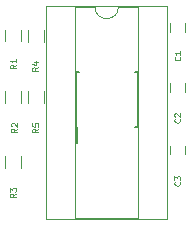
<source format=gbr>
G04 #@! TF.GenerationSoftware,KiCad,Pcbnew,(5.1.4)-1*
G04 #@! TF.CreationDate,2020-11-29T00:03:58+01:00*
G04 #@! TF.ProjectId,Delay Line,44656c61-7920-44c6-996e-652e6b696361,rev?*
G04 #@! TF.SameCoordinates,Original*
G04 #@! TF.FileFunction,Legend,Top*
G04 #@! TF.FilePolarity,Positive*
%FSLAX46Y46*%
G04 Gerber Fmt 4.6, Leading zero omitted, Abs format (unit mm)*
G04 Created by KiCad (PCBNEW (5.1.4)-1) date 2020-11-29 00:03:58*
%MOMM*%
%LPD*%
G04 APERTURE LIST*
%ADD10C,0.120000*%
%ADD11C,0.150000*%
%ADD12C,0.125000*%
G04 APERTURE END LIST*
D10*
X139303000Y-67453200D02*
G75*
G02X137303000Y-67453200I-1000000J0D01*
G01*
X137303000Y-67453200D02*
X135653000Y-67453200D01*
X135653000Y-67453200D02*
X135653000Y-85353200D01*
X135653000Y-85353200D02*
X140953000Y-85353200D01*
X140953000Y-85353200D02*
X140953000Y-67453200D01*
X140953000Y-67453200D02*
X139303000Y-67453200D01*
X133163000Y-67393200D02*
X133163000Y-85413200D01*
X133163000Y-85413200D02*
X143443000Y-85413200D01*
X143443000Y-85413200D02*
X143443000Y-67393200D01*
X143443000Y-67393200D02*
X133163000Y-67393200D01*
X144897000Y-68849800D02*
X144897000Y-69549800D01*
X143697000Y-69549800D02*
X143697000Y-68849800D01*
X143697000Y-74645000D02*
X143697000Y-73945000D01*
X144897000Y-73945000D02*
X144897000Y-74645000D01*
X144897000Y-79253600D02*
X144897000Y-79953600D01*
X143697000Y-79953600D02*
X143697000Y-79253600D01*
X129711000Y-70383200D02*
X129711000Y-69383200D01*
X131071000Y-69383200D02*
X131071000Y-70383200D01*
X129711000Y-75620500D02*
X129711000Y-74620500D01*
X131071000Y-74620500D02*
X131071000Y-75620500D01*
X131071000Y-80094200D02*
X131071000Y-81094200D01*
X129711000Y-81094200D02*
X129711000Y-80094200D01*
X132963000Y-69408600D02*
X132963000Y-70408600D01*
X131603000Y-70408600D02*
X131603000Y-69408600D01*
X131603000Y-75615600D02*
X131603000Y-74615600D01*
X132963000Y-74615600D02*
X132963000Y-75615600D01*
D11*
X135828000Y-77636000D02*
X135828000Y-78986000D01*
X140953000Y-77636000D02*
X140953000Y-72986000D01*
X135703000Y-77636000D02*
X135703000Y-72986000D01*
X140953000Y-77636000D02*
X140728000Y-77636000D01*
X140953000Y-72986000D02*
X140728000Y-72986000D01*
X135703000Y-72986000D02*
X135928000Y-72986000D01*
X135703000Y-77636000D02*
X135828000Y-77636000D01*
D12*
X144500971Y-71685933D02*
X144524780Y-71709742D01*
X144548590Y-71781171D01*
X144548590Y-71828790D01*
X144524780Y-71900219D01*
X144477161Y-71947838D01*
X144429542Y-71971647D01*
X144334304Y-71995457D01*
X144262876Y-71995457D01*
X144167638Y-71971647D01*
X144120019Y-71947838D01*
X144072400Y-71900219D01*
X144048590Y-71828790D01*
X144048590Y-71781171D01*
X144072400Y-71709742D01*
X144096209Y-71685933D01*
X144548590Y-71209742D02*
X144548590Y-71495457D01*
X144548590Y-71352600D02*
X144048590Y-71352600D01*
X144120019Y-71400219D01*
X144167638Y-71447838D01*
X144191447Y-71495457D01*
X144475571Y-76943733D02*
X144499380Y-76967542D01*
X144523190Y-77038971D01*
X144523190Y-77086590D01*
X144499380Y-77158019D01*
X144451761Y-77205638D01*
X144404142Y-77229447D01*
X144308904Y-77253257D01*
X144237476Y-77253257D01*
X144142238Y-77229447D01*
X144094619Y-77205638D01*
X144047000Y-77158019D01*
X144023190Y-77086590D01*
X144023190Y-77038971D01*
X144047000Y-76967542D01*
X144070809Y-76943733D01*
X144070809Y-76753257D02*
X144047000Y-76729447D01*
X144023190Y-76681828D01*
X144023190Y-76562780D01*
X144047000Y-76515161D01*
X144070809Y-76491352D01*
X144118428Y-76467542D01*
X144166047Y-76467542D01*
X144237476Y-76491352D01*
X144523190Y-76777066D01*
X144523190Y-76467542D01*
X144475571Y-82277733D02*
X144499380Y-82301542D01*
X144523190Y-82372971D01*
X144523190Y-82420590D01*
X144499380Y-82492019D01*
X144451761Y-82539638D01*
X144404142Y-82563447D01*
X144308904Y-82587257D01*
X144237476Y-82587257D01*
X144142238Y-82563447D01*
X144094619Y-82539638D01*
X144047000Y-82492019D01*
X144023190Y-82420590D01*
X144023190Y-82372971D01*
X144047000Y-82301542D01*
X144070809Y-82277733D01*
X144023190Y-82111066D02*
X144023190Y-81801542D01*
X144213666Y-81968209D01*
X144213666Y-81896780D01*
X144237476Y-81849161D01*
X144261285Y-81825352D01*
X144308904Y-81801542D01*
X144427952Y-81801542D01*
X144475571Y-81825352D01*
X144499380Y-81849161D01*
X144523190Y-81896780D01*
X144523190Y-82039638D01*
X144499380Y-82087257D01*
X144475571Y-82111066D01*
X130642590Y-72359033D02*
X130404495Y-72525700D01*
X130642590Y-72644747D02*
X130142590Y-72644747D01*
X130142590Y-72454271D01*
X130166400Y-72406652D01*
X130190209Y-72382842D01*
X130237828Y-72359033D01*
X130309257Y-72359033D01*
X130356876Y-72382842D01*
X130380685Y-72406652D01*
X130404495Y-72454271D01*
X130404495Y-72644747D01*
X130642590Y-71882842D02*
X130642590Y-72168557D01*
X130642590Y-72025700D02*
X130142590Y-72025700D01*
X130214019Y-72073319D01*
X130261638Y-72120938D01*
X130285447Y-72168557D01*
X130706090Y-77769233D02*
X130467995Y-77935900D01*
X130706090Y-78054947D02*
X130206090Y-78054947D01*
X130206090Y-77864471D01*
X130229900Y-77816852D01*
X130253709Y-77793042D01*
X130301328Y-77769233D01*
X130372757Y-77769233D01*
X130420376Y-77793042D01*
X130444185Y-77816852D01*
X130467995Y-77864471D01*
X130467995Y-78054947D01*
X130253709Y-77578757D02*
X130229900Y-77554947D01*
X130206090Y-77507328D01*
X130206090Y-77388280D01*
X130229900Y-77340661D01*
X130253709Y-77316852D01*
X130301328Y-77293042D01*
X130348947Y-77293042D01*
X130420376Y-77316852D01*
X130706090Y-77602566D01*
X130706090Y-77293042D01*
X130617190Y-83260533D02*
X130379095Y-83427200D01*
X130617190Y-83546247D02*
X130117190Y-83546247D01*
X130117190Y-83355771D01*
X130141000Y-83308152D01*
X130164809Y-83284342D01*
X130212428Y-83260533D01*
X130283857Y-83260533D01*
X130331476Y-83284342D01*
X130355285Y-83308152D01*
X130379095Y-83355771D01*
X130379095Y-83546247D01*
X130117190Y-83093866D02*
X130117190Y-82784342D01*
X130307666Y-82951009D01*
X130307666Y-82879580D01*
X130331476Y-82831961D01*
X130355285Y-82808152D01*
X130402904Y-82784342D01*
X130521952Y-82784342D01*
X130569571Y-82808152D01*
X130593380Y-82831961D01*
X130617190Y-82879580D01*
X130617190Y-83022438D01*
X130593380Y-83070057D01*
X130569571Y-83093866D01*
X132509190Y-72574933D02*
X132271095Y-72741600D01*
X132509190Y-72860647D02*
X132009190Y-72860647D01*
X132009190Y-72670171D01*
X132033000Y-72622552D01*
X132056809Y-72598742D01*
X132104428Y-72574933D01*
X132175857Y-72574933D01*
X132223476Y-72598742D01*
X132247285Y-72622552D01*
X132271095Y-72670171D01*
X132271095Y-72860647D01*
X132175857Y-72146361D02*
X132509190Y-72146361D01*
X131985380Y-72265409D02*
X132342523Y-72384457D01*
X132342523Y-72074933D01*
X132509190Y-77781933D02*
X132271095Y-77948600D01*
X132509190Y-78067647D02*
X132009190Y-78067647D01*
X132009190Y-77877171D01*
X132033000Y-77829552D01*
X132056809Y-77805742D01*
X132104428Y-77781933D01*
X132175857Y-77781933D01*
X132223476Y-77805742D01*
X132247285Y-77829552D01*
X132271095Y-77877171D01*
X132271095Y-78067647D01*
X132009190Y-77329552D02*
X132009190Y-77567647D01*
X132247285Y-77591457D01*
X132223476Y-77567647D01*
X132199666Y-77520028D01*
X132199666Y-77400980D01*
X132223476Y-77353361D01*
X132247285Y-77329552D01*
X132294904Y-77305742D01*
X132413952Y-77305742D01*
X132461571Y-77329552D01*
X132485380Y-77353361D01*
X132509190Y-77400980D01*
X132509190Y-77520028D01*
X132485380Y-77567647D01*
X132461571Y-77591457D01*
M02*

</source>
